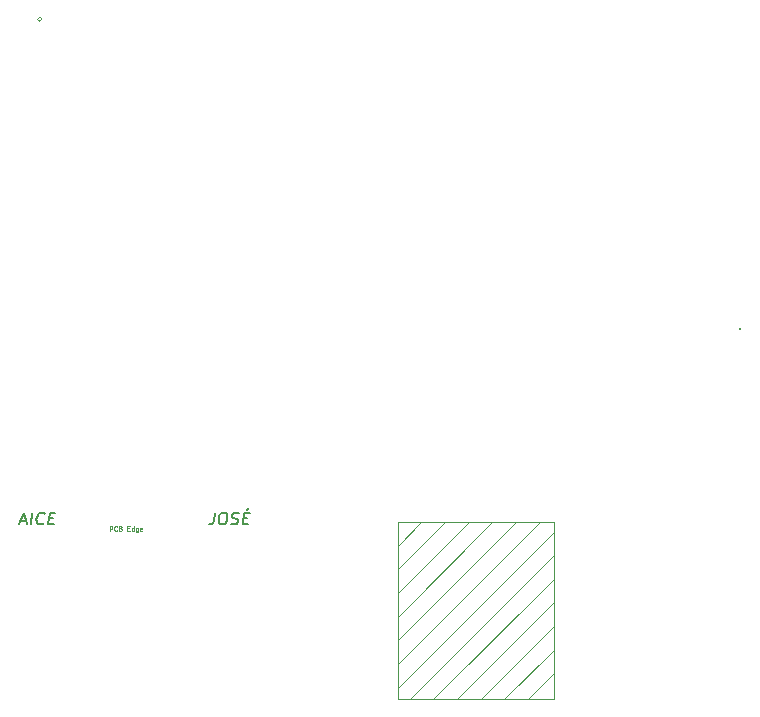
<source format=gbr>
G04 #@! TF.GenerationSoftware,KiCad,Pcbnew,5.1.5-52549c5~86~ubuntu18.04.1*
G04 #@! TF.CreationDate,2020-05-25T12:27:11-05:00*
G04 #@! TF.ProjectId,AICE,41494345-2e6b-4696-9361-645f70636258,rev?*
G04 #@! TF.SameCoordinates,Original*
G04 #@! TF.FileFunction,OtherDrawing,Comment*
%FSLAX46Y46*%
G04 Gerber Fmt 4.6, Leading zero omitted, Abs format (unit mm)*
G04 Created by KiCad (PCBNEW 5.1.5-52549c5~86~ubuntu18.04.1) date 2020-05-25 12:27:11*
%MOMM*%
%LPD*%
G04 APERTURE LIST*
%ADD10C,0.150000*%
%ADD11C,0.120000*%
%ADD12C,0.100000*%
%ADD13C,0.040000*%
G04 APERTURE END LIST*
D10*
X41257157Y-148116666D02*
X41733348Y-148116666D01*
X41126205Y-148402380D02*
X41584538Y-147402380D01*
X41792872Y-148402380D01*
X42126205Y-148402380D02*
X42251205Y-147402380D01*
X43185729Y-148307142D02*
X43132157Y-148354761D01*
X42983348Y-148402380D01*
X42888110Y-148402380D01*
X42751205Y-148354761D01*
X42667872Y-148259523D01*
X42632157Y-148164285D01*
X42608348Y-147973809D01*
X42626205Y-147830952D01*
X42697633Y-147640476D01*
X42757157Y-147545238D01*
X42864300Y-147450000D01*
X43013110Y-147402380D01*
X43108348Y-147402380D01*
X43245252Y-147450000D01*
X43286919Y-147497619D01*
X43667872Y-147878571D02*
X44001205Y-147878571D01*
X44078586Y-148402380D02*
X43602395Y-148402380D01*
X43727395Y-147402380D01*
X44203586Y-147402380D01*
X57715491Y-147402380D02*
X57626205Y-148116666D01*
X57560729Y-148259523D01*
X57453586Y-148354761D01*
X57304776Y-148402380D01*
X57209538Y-148402380D01*
X58382157Y-147402380D02*
X58572633Y-147402380D01*
X58661919Y-147450000D01*
X58745252Y-147545238D01*
X58769062Y-147735714D01*
X58727395Y-148069047D01*
X58655967Y-148259523D01*
X58548824Y-148354761D01*
X58447633Y-148402380D01*
X58257157Y-148402380D01*
X58167872Y-148354761D01*
X58084538Y-148259523D01*
X58060729Y-148069047D01*
X58102395Y-147735714D01*
X58173824Y-147545238D01*
X58280967Y-147450000D01*
X58382157Y-147402380D01*
X59072633Y-148354761D02*
X59209538Y-148402380D01*
X59447633Y-148402380D01*
X59548824Y-148354761D01*
X59602395Y-148307142D01*
X59661919Y-148211904D01*
X59673824Y-148116666D01*
X59638110Y-148021428D01*
X59596443Y-147973809D01*
X59507157Y-147926190D01*
X59322633Y-147878571D01*
X59233348Y-147830952D01*
X59191681Y-147783333D01*
X59155967Y-147688095D01*
X59167872Y-147592857D01*
X59227395Y-147497619D01*
X59280967Y-147450000D01*
X59382157Y-147402380D01*
X59620252Y-147402380D01*
X59757157Y-147450000D01*
X60132157Y-147878571D02*
X60465491Y-147878571D01*
X60542872Y-148402380D02*
X60066681Y-148402380D01*
X60191681Y-147402380D01*
X60667872Y-147402380D01*
X60572633Y-147021428D02*
X60411919Y-147164285D01*
D11*
X43072777Y-105653000D02*
G75*
G03X43072777Y-105653000I-176777J0D01*
G01*
D12*
X84201240Y-163219380D02*
X86401240Y-161019380D01*
X82201240Y-163219380D02*
X86401240Y-159019380D01*
X80201240Y-163219380D02*
X86401240Y-157019380D01*
X78201240Y-163219380D02*
X86401240Y-155019380D01*
X86401240Y-153019380D02*
X76201240Y-163219380D01*
X74201240Y-163219380D02*
X86401240Y-151019380D01*
X73201240Y-162219380D02*
X86401240Y-149019380D01*
X73201240Y-160219380D02*
X85201240Y-148219380D01*
X73201240Y-158219380D02*
X83201240Y-148219380D01*
X73201240Y-156219380D02*
X81201240Y-148219380D01*
X73201240Y-154219380D02*
X79201240Y-148219380D01*
X73201240Y-152219380D02*
X77201240Y-148219380D01*
X73201240Y-150219380D02*
X75201240Y-148219380D01*
X73201240Y-148219380D02*
X86401240Y-148219380D01*
X73201240Y-163219380D02*
X86401240Y-163219380D01*
X86401240Y-148219380D02*
X86401240Y-163219380D01*
X73201240Y-148219380D02*
X73201240Y-163219380D01*
D11*
X102279066Y-131854000D02*
G75*
G03X102279066Y-131854000I-106066J0D01*
G01*
D13*
X48808571Y-148950952D02*
X48808571Y-148550952D01*
X48960952Y-148550952D01*
X48999047Y-148570000D01*
X49018095Y-148589047D01*
X49037142Y-148627142D01*
X49037142Y-148684285D01*
X49018095Y-148722380D01*
X48999047Y-148741428D01*
X48960952Y-148760476D01*
X48808571Y-148760476D01*
X49437142Y-148912857D02*
X49418095Y-148931904D01*
X49360952Y-148950952D01*
X49322857Y-148950952D01*
X49265714Y-148931904D01*
X49227619Y-148893809D01*
X49208571Y-148855714D01*
X49189523Y-148779523D01*
X49189523Y-148722380D01*
X49208571Y-148646190D01*
X49227619Y-148608095D01*
X49265714Y-148570000D01*
X49322857Y-148550952D01*
X49360952Y-148550952D01*
X49418095Y-148570000D01*
X49437142Y-148589047D01*
X49741904Y-148741428D02*
X49799047Y-148760476D01*
X49818095Y-148779523D01*
X49837142Y-148817619D01*
X49837142Y-148874761D01*
X49818095Y-148912857D01*
X49799047Y-148931904D01*
X49760952Y-148950952D01*
X49608571Y-148950952D01*
X49608571Y-148550952D01*
X49741904Y-148550952D01*
X49780000Y-148570000D01*
X49799047Y-148589047D01*
X49818095Y-148627142D01*
X49818095Y-148665238D01*
X49799047Y-148703333D01*
X49780000Y-148722380D01*
X49741904Y-148741428D01*
X49608571Y-148741428D01*
X50313333Y-148741428D02*
X50446666Y-148741428D01*
X50503809Y-148950952D02*
X50313333Y-148950952D01*
X50313333Y-148550952D01*
X50503809Y-148550952D01*
X50846666Y-148950952D02*
X50846666Y-148550952D01*
X50846666Y-148931904D02*
X50808571Y-148950952D01*
X50732380Y-148950952D01*
X50694285Y-148931904D01*
X50675238Y-148912857D01*
X50656190Y-148874761D01*
X50656190Y-148760476D01*
X50675238Y-148722380D01*
X50694285Y-148703333D01*
X50732380Y-148684285D01*
X50808571Y-148684285D01*
X50846666Y-148703333D01*
X51208571Y-148684285D02*
X51208571Y-149008095D01*
X51189523Y-149046190D01*
X51170476Y-149065238D01*
X51132380Y-149084285D01*
X51075238Y-149084285D01*
X51037142Y-149065238D01*
X51208571Y-148931904D02*
X51170476Y-148950952D01*
X51094285Y-148950952D01*
X51056190Y-148931904D01*
X51037142Y-148912857D01*
X51018095Y-148874761D01*
X51018095Y-148760476D01*
X51037142Y-148722380D01*
X51056190Y-148703333D01*
X51094285Y-148684285D01*
X51170476Y-148684285D01*
X51208571Y-148703333D01*
X51551428Y-148931904D02*
X51513333Y-148950952D01*
X51437142Y-148950952D01*
X51399047Y-148931904D01*
X51380000Y-148893809D01*
X51380000Y-148741428D01*
X51399047Y-148703333D01*
X51437142Y-148684285D01*
X51513333Y-148684285D01*
X51551428Y-148703333D01*
X51570476Y-148741428D01*
X51570476Y-148779523D01*
X51380000Y-148817619D01*
M02*

</source>
